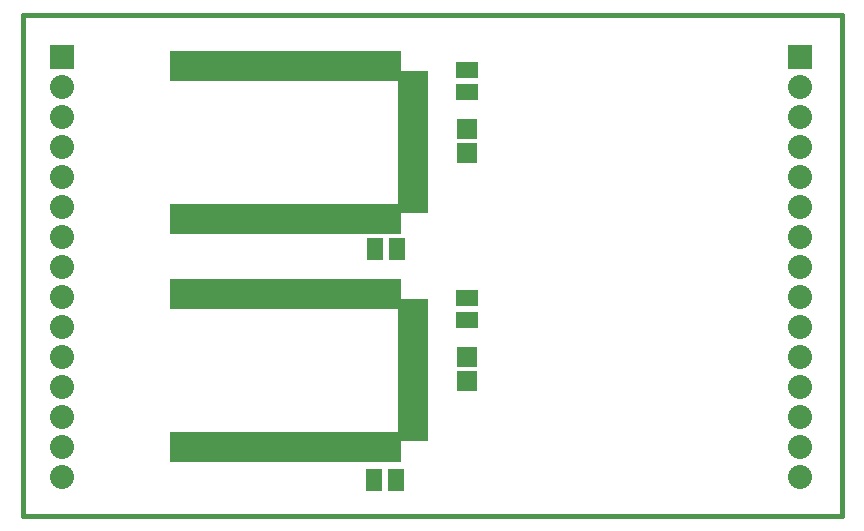
<source format=gts>
G04 (created by PCBNEW-RS274X (2011-oct-15)-testing) date Qui 03 Nov 2011 22:48:38 WET*
G01*
G70*
G90*
%MOIN*%
G04 Gerber Fmt 3.4, Leading zero omitted, Abs format*
%FSLAX34Y34*%
G04 APERTURE LIST*
%ADD10C,0.006000*%
%ADD11C,0.015000*%
%ADD12C,0.080000*%
%ADD13R,0.080000X0.080000*%
%ADD14R,0.075000X0.055000*%
%ADD15R,0.067200X0.067200*%
%ADD16R,0.098700X0.059400*%
%ADD17R,0.059400X0.098700*%
%ADD18R,0.055000X0.075000*%
G04 APERTURE END LIST*
G54D10*
G54D11*
X00100Y16800D02*
X00100Y16600D01*
X27400Y16800D02*
X00100Y16800D01*
X27400Y16600D02*
X27400Y16800D01*
X27400Y00100D02*
X27400Y16600D01*
X27000Y00100D02*
X27400Y00100D01*
X27300Y00100D02*
X27000Y00100D01*
X00100Y16600D02*
X00100Y00100D01*
X00600Y00100D02*
X00100Y00100D01*
X00600Y00100D02*
X27100Y00100D01*
G54D12*
X01400Y10400D03*
X01400Y05400D03*
X01400Y04400D03*
X01400Y03400D03*
X01400Y02400D03*
X01400Y01400D03*
X01400Y11400D03*
X01400Y12400D03*
X01400Y13400D03*
X01400Y14400D03*
G54D13*
X01400Y15400D03*
G54D12*
X01400Y09400D03*
X01400Y08400D03*
X01400Y07400D03*
X01400Y06400D03*
X26000Y10400D03*
X26000Y05400D03*
X26000Y04400D03*
X26000Y03400D03*
X26000Y02400D03*
X26000Y01400D03*
X26000Y11400D03*
X26000Y12400D03*
X26000Y13400D03*
X26000Y14400D03*
G54D13*
X26000Y15400D03*
G54D12*
X26000Y09400D03*
X26000Y08400D03*
X26000Y07400D03*
X26000Y06400D03*
G54D14*
X14900Y07375D03*
X14900Y06625D03*
X14900Y14975D03*
X14900Y14225D03*
G54D15*
X14900Y05413D03*
X14900Y04587D03*
X14900Y13013D03*
X14900Y12187D03*
G54D16*
X13100Y02900D03*
X13100Y03491D03*
X13100Y04081D03*
X13100Y04672D03*
X13100Y05262D03*
X13100Y05853D03*
X13100Y06443D03*
X13100Y07034D03*
G54D17*
X05309Y02400D03*
X05899Y02400D03*
X06490Y02400D03*
X07080Y02400D03*
X07671Y02400D03*
X08261Y02400D03*
X08852Y02400D03*
X09443Y02400D03*
X10033Y02400D03*
X10624Y02400D03*
X11805Y02400D03*
X11214Y02400D03*
X12395Y02400D03*
X12395Y07518D03*
X11805Y07518D03*
X11214Y07518D03*
X10624Y07518D03*
X10033Y07518D03*
X09443Y07518D03*
X08852Y07518D03*
X08261Y07518D03*
X07671Y07518D03*
X07080Y07518D03*
X06490Y07518D03*
X05899Y07518D03*
X05309Y07518D03*
G54D16*
X13100Y10500D03*
X13100Y11091D03*
X13100Y11681D03*
X13100Y12272D03*
X13100Y12862D03*
X13100Y13453D03*
X13100Y14043D03*
X13100Y14634D03*
G54D17*
X05309Y10000D03*
X05899Y10000D03*
X06490Y10000D03*
X07080Y10000D03*
X07671Y10000D03*
X08261Y10000D03*
X08852Y10000D03*
X09443Y10000D03*
X10033Y10000D03*
X10624Y10000D03*
X11805Y10000D03*
X11214Y10000D03*
X12395Y10000D03*
X12395Y15118D03*
X11805Y15118D03*
X11214Y15118D03*
X10624Y15118D03*
X10033Y15118D03*
X09443Y15118D03*
X08852Y15118D03*
X08261Y15118D03*
X07671Y15118D03*
X07080Y15118D03*
X06490Y15118D03*
X05899Y15118D03*
X05309Y15118D03*
G54D18*
X11825Y09000D03*
X12575Y09000D03*
X11801Y01294D03*
X12551Y01294D03*
M02*

</source>
